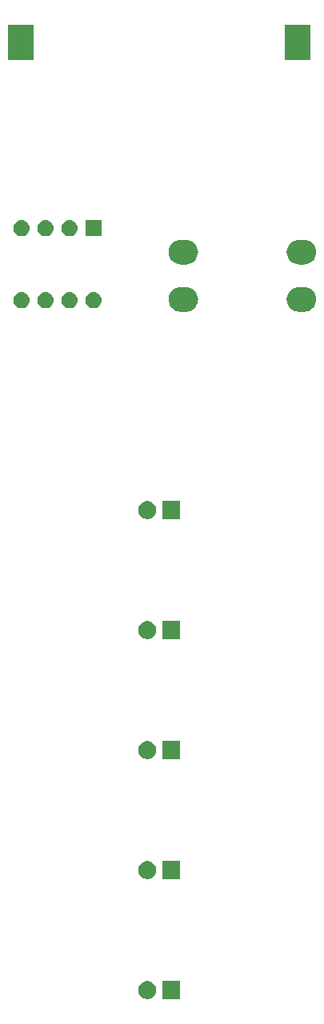
<source format=gts>
G04 #@! TF.GenerationSoftware,KiCad,Pcbnew,(5.0.2)-1*
G04 #@! TF.CreationDate,2019-02-19T13:50:44+00:00*
G04 #@! TF.ProjectId,PersistenceOfVision,50657273-6973-4746-956e-63654f665669,1*
G04 #@! TF.SameCoordinates,Original*
G04 #@! TF.FileFunction,Soldermask,Top*
G04 #@! TF.FilePolarity,Negative*
%FSLAX46Y46*%
G04 Gerber Fmt 4.6, Leading zero omitted, Abs format (unit mm)*
G04 Created by KiCad (PCBNEW (5.0.2)-1) date 19/02/2019 13:50:44*
%MOMM*%
%LPD*%
G01*
G04 APERTURE LIST*
%ADD10C,0.100000*%
G04 APERTURE END LIST*
D10*
G36*
X132992396Y-154025546D02*
X133165466Y-154097234D01*
X133321230Y-154201312D01*
X133453688Y-154333770D01*
X133557766Y-154489534D01*
X133629454Y-154662604D01*
X133666000Y-154846333D01*
X133666000Y-155033667D01*
X133629454Y-155217396D01*
X133557766Y-155390466D01*
X133453688Y-155546230D01*
X133321230Y-155678688D01*
X133165466Y-155782766D01*
X132992396Y-155854454D01*
X132808667Y-155891000D01*
X132621333Y-155891000D01*
X132437604Y-155854454D01*
X132264534Y-155782766D01*
X132108770Y-155678688D01*
X131976312Y-155546230D01*
X131872234Y-155390466D01*
X131800546Y-155217396D01*
X131764000Y-155033667D01*
X131764000Y-154846333D01*
X131800546Y-154662604D01*
X131872234Y-154489534D01*
X131976312Y-154333770D01*
X132108770Y-154201312D01*
X132264534Y-154097234D01*
X132437604Y-154025546D01*
X132621333Y-153989000D01*
X132808667Y-153989000D01*
X132992396Y-154025546D01*
X132992396Y-154025546D01*
G37*
G36*
X136206000Y-155891000D02*
X134304000Y-155891000D01*
X134304000Y-153989000D01*
X136206000Y-153989000D01*
X136206000Y-155891000D01*
X136206000Y-155891000D01*
G37*
G36*
X136206000Y-143191000D02*
X134304000Y-143191000D01*
X134304000Y-141289000D01*
X136206000Y-141289000D01*
X136206000Y-143191000D01*
X136206000Y-143191000D01*
G37*
G36*
X132992396Y-141325546D02*
X133165466Y-141397234D01*
X133321230Y-141501312D01*
X133453688Y-141633770D01*
X133557766Y-141789534D01*
X133629454Y-141962604D01*
X133666000Y-142146333D01*
X133666000Y-142333667D01*
X133629454Y-142517396D01*
X133557766Y-142690466D01*
X133453688Y-142846230D01*
X133321230Y-142978688D01*
X133165466Y-143082766D01*
X132992396Y-143154454D01*
X132808667Y-143191000D01*
X132621333Y-143191000D01*
X132437604Y-143154454D01*
X132264534Y-143082766D01*
X132108770Y-142978688D01*
X131976312Y-142846230D01*
X131872234Y-142690466D01*
X131800546Y-142517396D01*
X131764000Y-142333667D01*
X131764000Y-142146333D01*
X131800546Y-141962604D01*
X131872234Y-141789534D01*
X131976312Y-141633770D01*
X132108770Y-141501312D01*
X132264534Y-141397234D01*
X132437604Y-141325546D01*
X132621333Y-141289000D01*
X132808667Y-141289000D01*
X132992396Y-141325546D01*
X132992396Y-141325546D01*
G37*
G36*
X132992396Y-128625546D02*
X133165466Y-128697234D01*
X133321230Y-128801312D01*
X133453688Y-128933770D01*
X133557766Y-129089534D01*
X133629454Y-129262604D01*
X133666000Y-129446333D01*
X133666000Y-129633667D01*
X133629454Y-129817396D01*
X133557766Y-129990466D01*
X133453688Y-130146230D01*
X133321230Y-130278688D01*
X133165466Y-130382766D01*
X132992396Y-130454454D01*
X132808667Y-130491000D01*
X132621333Y-130491000D01*
X132437604Y-130454454D01*
X132264534Y-130382766D01*
X132108770Y-130278688D01*
X131976312Y-130146230D01*
X131872234Y-129990466D01*
X131800546Y-129817396D01*
X131764000Y-129633667D01*
X131764000Y-129446333D01*
X131800546Y-129262604D01*
X131872234Y-129089534D01*
X131976312Y-128933770D01*
X132108770Y-128801312D01*
X132264534Y-128697234D01*
X132437604Y-128625546D01*
X132621333Y-128589000D01*
X132808667Y-128589000D01*
X132992396Y-128625546D01*
X132992396Y-128625546D01*
G37*
G36*
X136206000Y-130491000D02*
X134304000Y-130491000D01*
X134304000Y-128589000D01*
X136206000Y-128589000D01*
X136206000Y-130491000D01*
X136206000Y-130491000D01*
G37*
G36*
X132992396Y-115925546D02*
X133165466Y-115997234D01*
X133321230Y-116101312D01*
X133453688Y-116233770D01*
X133557766Y-116389534D01*
X133629454Y-116562604D01*
X133666000Y-116746333D01*
X133666000Y-116933667D01*
X133629454Y-117117396D01*
X133557766Y-117290466D01*
X133453688Y-117446230D01*
X133321230Y-117578688D01*
X133165466Y-117682766D01*
X132992396Y-117754454D01*
X132808667Y-117791000D01*
X132621333Y-117791000D01*
X132437604Y-117754454D01*
X132264534Y-117682766D01*
X132108770Y-117578688D01*
X131976312Y-117446230D01*
X131872234Y-117290466D01*
X131800546Y-117117396D01*
X131764000Y-116933667D01*
X131764000Y-116746333D01*
X131800546Y-116562604D01*
X131872234Y-116389534D01*
X131976312Y-116233770D01*
X132108770Y-116101312D01*
X132264534Y-115997234D01*
X132437604Y-115925546D01*
X132621333Y-115889000D01*
X132808667Y-115889000D01*
X132992396Y-115925546D01*
X132992396Y-115925546D01*
G37*
G36*
X136206000Y-117791000D02*
X134304000Y-117791000D01*
X134304000Y-115889000D01*
X136206000Y-115889000D01*
X136206000Y-117791000D01*
X136206000Y-117791000D01*
G37*
G36*
X136206000Y-105091000D02*
X134304000Y-105091000D01*
X134304000Y-103189000D01*
X136206000Y-103189000D01*
X136206000Y-105091000D01*
X136206000Y-105091000D01*
G37*
G36*
X132992396Y-103225546D02*
X133165466Y-103297234D01*
X133321230Y-103401312D01*
X133453688Y-103533770D01*
X133557766Y-103689534D01*
X133629454Y-103862604D01*
X133666000Y-104046333D01*
X133666000Y-104233667D01*
X133629454Y-104417396D01*
X133557766Y-104590466D01*
X133453688Y-104746230D01*
X133321230Y-104878688D01*
X133165466Y-104982766D01*
X132992396Y-105054454D01*
X132808667Y-105091000D01*
X132621333Y-105091000D01*
X132437604Y-105054454D01*
X132264534Y-104982766D01*
X132108770Y-104878688D01*
X131976312Y-104746230D01*
X131872234Y-104590466D01*
X131800546Y-104417396D01*
X131764000Y-104233667D01*
X131764000Y-104046333D01*
X131800546Y-103862604D01*
X131872234Y-103689534D01*
X131976312Y-103533770D01*
X132108770Y-103401312D01*
X132264534Y-103297234D01*
X132437604Y-103225546D01*
X132621333Y-103189000D01*
X132808667Y-103189000D01*
X132992396Y-103225546D01*
X132992396Y-103225546D01*
G37*
G36*
X136886689Y-80538706D02*
X137030040Y-80552825D01*
X137275280Y-80627218D01*
X137275282Y-80627219D01*
X137501296Y-80748026D01*
X137699397Y-80910603D01*
X137861974Y-81108704D01*
X137861975Y-81108706D01*
X137982782Y-81334720D01*
X138057175Y-81579960D01*
X138082294Y-81835000D01*
X138057175Y-82090040D01*
X138011004Y-82242244D01*
X137982781Y-82335282D01*
X137861974Y-82561296D01*
X137699397Y-82759397D01*
X137501296Y-82921974D01*
X137501294Y-82921975D01*
X137275280Y-83042782D01*
X137030040Y-83117175D01*
X136886689Y-83131294D01*
X136838906Y-83136000D01*
X136211094Y-83136000D01*
X136163311Y-83131294D01*
X136019960Y-83117175D01*
X135774720Y-83042782D01*
X135548706Y-82921975D01*
X135548704Y-82921974D01*
X135350603Y-82759397D01*
X135188026Y-82561296D01*
X135067219Y-82335282D01*
X135038996Y-82242244D01*
X134992825Y-82090040D01*
X134967706Y-81835000D01*
X134992825Y-81579960D01*
X135067218Y-81334720D01*
X135188025Y-81108706D01*
X135188026Y-81108704D01*
X135350603Y-80910603D01*
X135548704Y-80748026D01*
X135774718Y-80627219D01*
X135774720Y-80627218D01*
X136019960Y-80552825D01*
X136163311Y-80538706D01*
X136211094Y-80534000D01*
X136838906Y-80534000D01*
X136886689Y-80538706D01*
X136886689Y-80538706D01*
G37*
G36*
X149386689Y-80538706D02*
X149530040Y-80552825D01*
X149775280Y-80627218D01*
X149775282Y-80627219D01*
X150001296Y-80748026D01*
X150199397Y-80910603D01*
X150361974Y-81108704D01*
X150361975Y-81108706D01*
X150482782Y-81334720D01*
X150557175Y-81579960D01*
X150582294Y-81835000D01*
X150557175Y-82090040D01*
X150511004Y-82242244D01*
X150482781Y-82335282D01*
X150361974Y-82561296D01*
X150199397Y-82759397D01*
X150001296Y-82921974D01*
X150001294Y-82921975D01*
X149775280Y-83042782D01*
X149530040Y-83117175D01*
X149386689Y-83131294D01*
X149338906Y-83136000D01*
X148711094Y-83136000D01*
X148663311Y-83131294D01*
X148519960Y-83117175D01*
X148274720Y-83042782D01*
X148048706Y-82921975D01*
X148048704Y-82921974D01*
X147850603Y-82759397D01*
X147688026Y-82561296D01*
X147567219Y-82335282D01*
X147538996Y-82242244D01*
X147492825Y-82090040D01*
X147467706Y-81835000D01*
X147492825Y-81579960D01*
X147567218Y-81334720D01*
X147688025Y-81108706D01*
X147688026Y-81108704D01*
X147850603Y-80910603D01*
X148048704Y-80748026D01*
X148274718Y-80627219D01*
X148274720Y-80627218D01*
X148519960Y-80552825D01*
X148663311Y-80538706D01*
X148711094Y-80534000D01*
X149338906Y-80534000D01*
X149386689Y-80538706D01*
X149386689Y-80538706D01*
G37*
G36*
X122086821Y-81076313D02*
X122086824Y-81076314D01*
X122086825Y-81076314D01*
X122247239Y-81124975D01*
X122247241Y-81124976D01*
X122247244Y-81124977D01*
X122395078Y-81203995D01*
X122524659Y-81310341D01*
X122631005Y-81439922D01*
X122710023Y-81587756D01*
X122758687Y-81748179D01*
X122775117Y-81915000D01*
X122758687Y-82081821D01*
X122710023Y-82242244D01*
X122631005Y-82390078D01*
X122524659Y-82519659D01*
X122395078Y-82626005D01*
X122247244Y-82705023D01*
X122247241Y-82705024D01*
X122247239Y-82705025D01*
X122086825Y-82753686D01*
X122086824Y-82753686D01*
X122086821Y-82753687D01*
X121961804Y-82766000D01*
X121878196Y-82766000D01*
X121753179Y-82753687D01*
X121753176Y-82753686D01*
X121753175Y-82753686D01*
X121592761Y-82705025D01*
X121592759Y-82705024D01*
X121592756Y-82705023D01*
X121444922Y-82626005D01*
X121315341Y-82519659D01*
X121208995Y-82390078D01*
X121129977Y-82242244D01*
X121081313Y-82081821D01*
X121064883Y-81915000D01*
X121081313Y-81748179D01*
X121129977Y-81587756D01*
X121208995Y-81439922D01*
X121315341Y-81310341D01*
X121444922Y-81203995D01*
X121592756Y-81124977D01*
X121592759Y-81124976D01*
X121592761Y-81124975D01*
X121753175Y-81076314D01*
X121753176Y-81076314D01*
X121753179Y-81076313D01*
X121878196Y-81064000D01*
X121961804Y-81064000D01*
X122086821Y-81076313D01*
X122086821Y-81076313D01*
G37*
G36*
X119546821Y-81076313D02*
X119546824Y-81076314D01*
X119546825Y-81076314D01*
X119707239Y-81124975D01*
X119707241Y-81124976D01*
X119707244Y-81124977D01*
X119855078Y-81203995D01*
X119984659Y-81310341D01*
X120091005Y-81439922D01*
X120170023Y-81587756D01*
X120218687Y-81748179D01*
X120235117Y-81915000D01*
X120218687Y-82081821D01*
X120170023Y-82242244D01*
X120091005Y-82390078D01*
X119984659Y-82519659D01*
X119855078Y-82626005D01*
X119707244Y-82705023D01*
X119707241Y-82705024D01*
X119707239Y-82705025D01*
X119546825Y-82753686D01*
X119546824Y-82753686D01*
X119546821Y-82753687D01*
X119421804Y-82766000D01*
X119338196Y-82766000D01*
X119213179Y-82753687D01*
X119213176Y-82753686D01*
X119213175Y-82753686D01*
X119052761Y-82705025D01*
X119052759Y-82705024D01*
X119052756Y-82705023D01*
X118904922Y-82626005D01*
X118775341Y-82519659D01*
X118668995Y-82390078D01*
X118589977Y-82242244D01*
X118541313Y-82081821D01*
X118524883Y-81915000D01*
X118541313Y-81748179D01*
X118589977Y-81587756D01*
X118668995Y-81439922D01*
X118775341Y-81310341D01*
X118904922Y-81203995D01*
X119052756Y-81124977D01*
X119052759Y-81124976D01*
X119052761Y-81124975D01*
X119213175Y-81076314D01*
X119213176Y-81076314D01*
X119213179Y-81076313D01*
X119338196Y-81064000D01*
X119421804Y-81064000D01*
X119546821Y-81076313D01*
X119546821Y-81076313D01*
G37*
G36*
X124626821Y-81076313D02*
X124626824Y-81076314D01*
X124626825Y-81076314D01*
X124787239Y-81124975D01*
X124787241Y-81124976D01*
X124787244Y-81124977D01*
X124935078Y-81203995D01*
X125064659Y-81310341D01*
X125171005Y-81439922D01*
X125250023Y-81587756D01*
X125298687Y-81748179D01*
X125315117Y-81915000D01*
X125298687Y-82081821D01*
X125250023Y-82242244D01*
X125171005Y-82390078D01*
X125064659Y-82519659D01*
X124935078Y-82626005D01*
X124787244Y-82705023D01*
X124787241Y-82705024D01*
X124787239Y-82705025D01*
X124626825Y-82753686D01*
X124626824Y-82753686D01*
X124626821Y-82753687D01*
X124501804Y-82766000D01*
X124418196Y-82766000D01*
X124293179Y-82753687D01*
X124293176Y-82753686D01*
X124293175Y-82753686D01*
X124132761Y-82705025D01*
X124132759Y-82705024D01*
X124132756Y-82705023D01*
X123984922Y-82626005D01*
X123855341Y-82519659D01*
X123748995Y-82390078D01*
X123669977Y-82242244D01*
X123621313Y-82081821D01*
X123604883Y-81915000D01*
X123621313Y-81748179D01*
X123669977Y-81587756D01*
X123748995Y-81439922D01*
X123855341Y-81310341D01*
X123984922Y-81203995D01*
X124132756Y-81124977D01*
X124132759Y-81124976D01*
X124132761Y-81124975D01*
X124293175Y-81076314D01*
X124293176Y-81076314D01*
X124293179Y-81076313D01*
X124418196Y-81064000D01*
X124501804Y-81064000D01*
X124626821Y-81076313D01*
X124626821Y-81076313D01*
G37*
G36*
X127166821Y-81076313D02*
X127166824Y-81076314D01*
X127166825Y-81076314D01*
X127327239Y-81124975D01*
X127327241Y-81124976D01*
X127327244Y-81124977D01*
X127475078Y-81203995D01*
X127604659Y-81310341D01*
X127711005Y-81439922D01*
X127790023Y-81587756D01*
X127838687Y-81748179D01*
X127855117Y-81915000D01*
X127838687Y-82081821D01*
X127790023Y-82242244D01*
X127711005Y-82390078D01*
X127604659Y-82519659D01*
X127475078Y-82626005D01*
X127327244Y-82705023D01*
X127327241Y-82705024D01*
X127327239Y-82705025D01*
X127166825Y-82753686D01*
X127166824Y-82753686D01*
X127166821Y-82753687D01*
X127041804Y-82766000D01*
X126958196Y-82766000D01*
X126833179Y-82753687D01*
X126833176Y-82753686D01*
X126833175Y-82753686D01*
X126672761Y-82705025D01*
X126672759Y-82705024D01*
X126672756Y-82705023D01*
X126524922Y-82626005D01*
X126395341Y-82519659D01*
X126288995Y-82390078D01*
X126209977Y-82242244D01*
X126161313Y-82081821D01*
X126144883Y-81915000D01*
X126161313Y-81748179D01*
X126209977Y-81587756D01*
X126288995Y-81439922D01*
X126395341Y-81310341D01*
X126524922Y-81203995D01*
X126672756Y-81124977D01*
X126672759Y-81124976D01*
X126672761Y-81124975D01*
X126833175Y-81076314D01*
X126833176Y-81076314D01*
X126833179Y-81076313D01*
X126958196Y-81064000D01*
X127041804Y-81064000D01*
X127166821Y-81076313D01*
X127166821Y-81076313D01*
G37*
G36*
X136886689Y-75538706D02*
X137030040Y-75552825D01*
X137275280Y-75627218D01*
X137275282Y-75627219D01*
X137501296Y-75748026D01*
X137699397Y-75910603D01*
X137861974Y-76108704D01*
X137861975Y-76108706D01*
X137982782Y-76334720D01*
X138057175Y-76579960D01*
X138082294Y-76835000D01*
X138057175Y-77090040D01*
X137982782Y-77335280D01*
X137982781Y-77335282D01*
X137861974Y-77561296D01*
X137699397Y-77759397D01*
X137501296Y-77921974D01*
X137501294Y-77921975D01*
X137275280Y-78042782D01*
X137030040Y-78117175D01*
X136886689Y-78131294D01*
X136838906Y-78136000D01*
X136211094Y-78136000D01*
X136163311Y-78131294D01*
X136019960Y-78117175D01*
X135774720Y-78042782D01*
X135548706Y-77921975D01*
X135548704Y-77921974D01*
X135350603Y-77759397D01*
X135188026Y-77561296D01*
X135067219Y-77335282D01*
X135067218Y-77335280D01*
X134992825Y-77090040D01*
X134967706Y-76835000D01*
X134992825Y-76579960D01*
X135067218Y-76334720D01*
X135188025Y-76108706D01*
X135188026Y-76108704D01*
X135350603Y-75910603D01*
X135548704Y-75748026D01*
X135774718Y-75627219D01*
X135774720Y-75627218D01*
X136019960Y-75552825D01*
X136163311Y-75538706D01*
X136211094Y-75534000D01*
X136838906Y-75534000D01*
X136886689Y-75538706D01*
X136886689Y-75538706D01*
G37*
G36*
X149386689Y-75538706D02*
X149530040Y-75552825D01*
X149775280Y-75627218D01*
X149775282Y-75627219D01*
X150001296Y-75748026D01*
X150199397Y-75910603D01*
X150361974Y-76108704D01*
X150361975Y-76108706D01*
X150482782Y-76334720D01*
X150557175Y-76579960D01*
X150582294Y-76835000D01*
X150557175Y-77090040D01*
X150482782Y-77335280D01*
X150482781Y-77335282D01*
X150361974Y-77561296D01*
X150199397Y-77759397D01*
X150001296Y-77921974D01*
X150001294Y-77921975D01*
X149775280Y-78042782D01*
X149530040Y-78117175D01*
X149386689Y-78131294D01*
X149338906Y-78136000D01*
X148711094Y-78136000D01*
X148663311Y-78131294D01*
X148519960Y-78117175D01*
X148274720Y-78042782D01*
X148048706Y-77921975D01*
X148048704Y-77921974D01*
X147850603Y-77759397D01*
X147688026Y-77561296D01*
X147567219Y-77335282D01*
X147567218Y-77335280D01*
X147492825Y-77090040D01*
X147467706Y-76835000D01*
X147492825Y-76579960D01*
X147567218Y-76334720D01*
X147688025Y-76108706D01*
X147688026Y-76108704D01*
X147850603Y-75910603D01*
X148048704Y-75748026D01*
X148274718Y-75627219D01*
X148274720Y-75627218D01*
X148519960Y-75552825D01*
X148663311Y-75538706D01*
X148711094Y-75534000D01*
X149338906Y-75534000D01*
X149386689Y-75538706D01*
X149386689Y-75538706D01*
G37*
G36*
X127851000Y-75146000D02*
X126149000Y-75146000D01*
X126149000Y-73444000D01*
X127851000Y-73444000D01*
X127851000Y-75146000D01*
X127851000Y-75146000D01*
G37*
G36*
X124626821Y-73456313D02*
X124626824Y-73456314D01*
X124626825Y-73456314D01*
X124787239Y-73504975D01*
X124787241Y-73504976D01*
X124787244Y-73504977D01*
X124935078Y-73583995D01*
X125064659Y-73690341D01*
X125171005Y-73819922D01*
X125250023Y-73967756D01*
X125298687Y-74128179D01*
X125315117Y-74295000D01*
X125298687Y-74461821D01*
X125250023Y-74622244D01*
X125171005Y-74770078D01*
X125064659Y-74899659D01*
X124935078Y-75006005D01*
X124787244Y-75085023D01*
X124787241Y-75085024D01*
X124787239Y-75085025D01*
X124626825Y-75133686D01*
X124626824Y-75133686D01*
X124626821Y-75133687D01*
X124501804Y-75146000D01*
X124418196Y-75146000D01*
X124293179Y-75133687D01*
X124293176Y-75133686D01*
X124293175Y-75133686D01*
X124132761Y-75085025D01*
X124132759Y-75085024D01*
X124132756Y-75085023D01*
X123984922Y-75006005D01*
X123855341Y-74899659D01*
X123748995Y-74770078D01*
X123669977Y-74622244D01*
X123621313Y-74461821D01*
X123604883Y-74295000D01*
X123621313Y-74128179D01*
X123669977Y-73967756D01*
X123748995Y-73819922D01*
X123855341Y-73690341D01*
X123984922Y-73583995D01*
X124132756Y-73504977D01*
X124132759Y-73504976D01*
X124132761Y-73504975D01*
X124293175Y-73456314D01*
X124293176Y-73456314D01*
X124293179Y-73456313D01*
X124418196Y-73444000D01*
X124501804Y-73444000D01*
X124626821Y-73456313D01*
X124626821Y-73456313D01*
G37*
G36*
X122086821Y-73456313D02*
X122086824Y-73456314D01*
X122086825Y-73456314D01*
X122247239Y-73504975D01*
X122247241Y-73504976D01*
X122247244Y-73504977D01*
X122395078Y-73583995D01*
X122524659Y-73690341D01*
X122631005Y-73819922D01*
X122710023Y-73967756D01*
X122758687Y-74128179D01*
X122775117Y-74295000D01*
X122758687Y-74461821D01*
X122710023Y-74622244D01*
X122631005Y-74770078D01*
X122524659Y-74899659D01*
X122395078Y-75006005D01*
X122247244Y-75085023D01*
X122247241Y-75085024D01*
X122247239Y-75085025D01*
X122086825Y-75133686D01*
X122086824Y-75133686D01*
X122086821Y-75133687D01*
X121961804Y-75146000D01*
X121878196Y-75146000D01*
X121753179Y-75133687D01*
X121753176Y-75133686D01*
X121753175Y-75133686D01*
X121592761Y-75085025D01*
X121592759Y-75085024D01*
X121592756Y-75085023D01*
X121444922Y-75006005D01*
X121315341Y-74899659D01*
X121208995Y-74770078D01*
X121129977Y-74622244D01*
X121081313Y-74461821D01*
X121064883Y-74295000D01*
X121081313Y-74128179D01*
X121129977Y-73967756D01*
X121208995Y-73819922D01*
X121315341Y-73690341D01*
X121444922Y-73583995D01*
X121592756Y-73504977D01*
X121592759Y-73504976D01*
X121592761Y-73504975D01*
X121753175Y-73456314D01*
X121753176Y-73456314D01*
X121753179Y-73456313D01*
X121878196Y-73444000D01*
X121961804Y-73444000D01*
X122086821Y-73456313D01*
X122086821Y-73456313D01*
G37*
G36*
X119546821Y-73456313D02*
X119546824Y-73456314D01*
X119546825Y-73456314D01*
X119707239Y-73504975D01*
X119707241Y-73504976D01*
X119707244Y-73504977D01*
X119855078Y-73583995D01*
X119984659Y-73690341D01*
X120091005Y-73819922D01*
X120170023Y-73967756D01*
X120218687Y-74128179D01*
X120235117Y-74295000D01*
X120218687Y-74461821D01*
X120170023Y-74622244D01*
X120091005Y-74770078D01*
X119984659Y-74899659D01*
X119855078Y-75006005D01*
X119707244Y-75085023D01*
X119707241Y-75085024D01*
X119707239Y-75085025D01*
X119546825Y-75133686D01*
X119546824Y-75133686D01*
X119546821Y-75133687D01*
X119421804Y-75146000D01*
X119338196Y-75146000D01*
X119213179Y-75133687D01*
X119213176Y-75133686D01*
X119213175Y-75133686D01*
X119052761Y-75085025D01*
X119052759Y-75085024D01*
X119052756Y-75085023D01*
X118904922Y-75006005D01*
X118775341Y-74899659D01*
X118668995Y-74770078D01*
X118589977Y-74622244D01*
X118541313Y-74461821D01*
X118524883Y-74295000D01*
X118541313Y-74128179D01*
X118589977Y-73967756D01*
X118668995Y-73819922D01*
X118775341Y-73690341D01*
X118904922Y-73583995D01*
X119052756Y-73504977D01*
X119052759Y-73504976D01*
X119052761Y-73504975D01*
X119213175Y-73456314D01*
X119213176Y-73456314D01*
X119213179Y-73456313D01*
X119338196Y-73444000D01*
X119421804Y-73444000D01*
X119546821Y-73456313D01*
X119546821Y-73456313D01*
G37*
G36*
X149986000Y-56461000D02*
X147284000Y-56461000D01*
X147284000Y-52759000D01*
X149986000Y-52759000D01*
X149986000Y-56461000D01*
X149986000Y-56461000D01*
G37*
G36*
X120686000Y-56461000D02*
X117984000Y-56461000D01*
X117984000Y-52759000D01*
X120686000Y-52759000D01*
X120686000Y-56461000D01*
X120686000Y-56461000D01*
G37*
M02*

</source>
